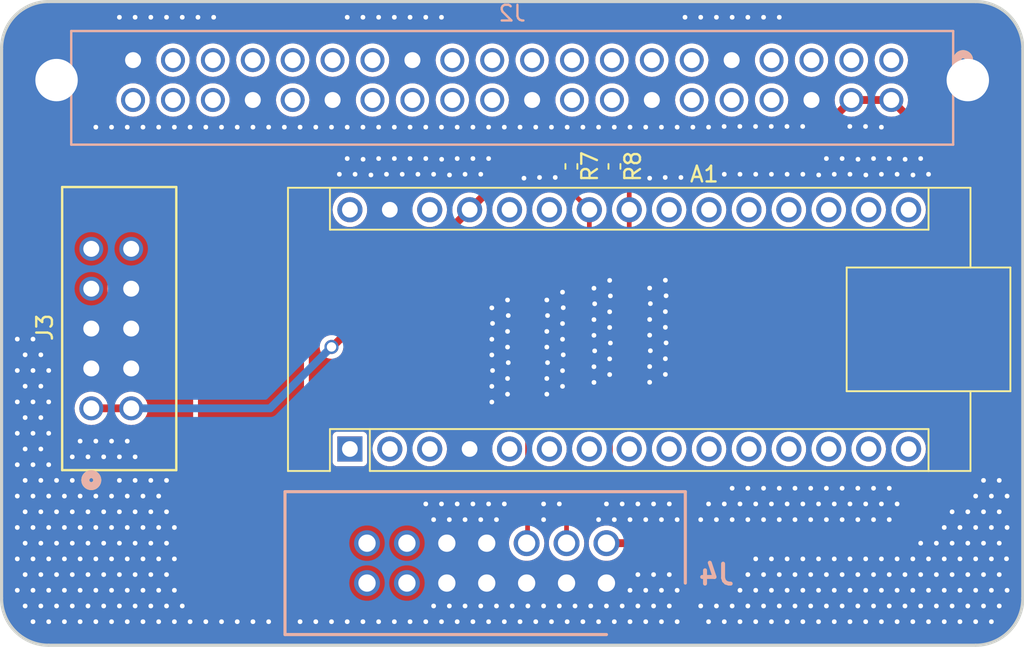
<source format=kicad_pcb>
(kicad_pcb (version 20221018) (generator pcbnew)
  (title_block (title "Motor Control Hub") (date "2024-03-27") (rev "2.0") (company "EPFL Xplore") (comment 4 "Author: Ilyas Asmouki"))
  (layers (0 "F.Cu" signal) (31 "B.Cu" signal) (34 "B.Paste" user) (35 "F.Paste" user) (36 "B.SilkS" user "B.Silkscreen") (37 "F.SilkS" user "F.Silkscreen") (38 "B.Mask" user) (39 "F.Mask" user) (44 "Edge.Cuts" user))
  (net 0 "")
  (net 1 "GND")
  (net 2 "/GPIO2{slash}SDA1")
  (net 3 "/GPIO3{slash}SCL1")
  (net 4 "/GPIO4{slash}GPCLK0")
  (net 5 "/PI_RX")
  (net 6 "/PI_TX")
  (net 7 "/GPIO17")
  (net 8 "/GPIO18{slash}PCM.CLK")
  (net 9 "/GPIO27")
  (net 10 "/GPIO22")
  (net 11 "/GPIO23")
  (net 12 "/GPIO24")
  (net 13 "/GPIO10{slash}SPI0.MOSI")
  (net 14 "/GPIO9{slash}SPI0.MISO")
  (net 15 "/GPIO25")
  (net 16 "/GPIO11{slash}SPI0.SCLK")
  (net 17 "/GPIO8{slash}SPI0.CE0")
  (net 18 "/GPIO7{slash}SPI0.CE1")
  (net 19 "/ID_SDA")
  (net 20 "/ID_SCL")
  (net 21 "/GPIO5")
  (net 22 "/GPIO6")
  (net 23 "/GPIO12{slash}PWM0")
  (net 24 "/GPIO13{slash}PWM1")
  (net 25 "/GPIO19{slash}PCM.FS")
  (net 26 "/GPIO16")
  (net 27 "/GPIO26")
  (net 28 "/GPIO20{slash}PCM.DIN")
  (net 29 "/GPIO21{slash}PCM.DOUT")
  (net 30 "+5V")
  (net 51 "/I2C_SDA")
  (net 52 "/I2C_SCL")
  (net 57 "+BATT")
  (net 58 "/Nano_TX")
  (net 60 "/Nano_RX")
  (footprint "MountingHole:MountingHole_2.7mm_M2.5" (layer "F.Cu") (at 190 140 180)
    (fp_text reference "MH2" hide)
    (fp_text value "MountingHole_2.7mm_M2.5" hide)
  )
  (footprint "Resistor_SMD:R_0402_1005Metric" (layer "F.Cu") (at 225.51 145.5 -90)
    (fp_text reference "R8")
    (fp_text value "4.7k")
  )
  (footprint "Resistor_SMD:R_0402_1005Metric" (layer "F.Cu") (at 222.77 145.5 -90)
    (fp_text reference "R7")
    (fp_text value "4.7k")
  )
  (footprint "SFH11-PBPC-D05-ST-BK_Socket:CONN_SFH11-xxxC-D05-ST-XX_SUL" (layer "F.Cu") (at 192.21 160.91 90)
    (fp_text reference "J3")
    (fp_text value "Voltage Supply")
  )
  (footprint "Module:Arduino_Nano" (layer "F.Cu") (at 208.67 163.5 90)
    (fp_text reference "A1")
    (fp_text value "Arduino_Nano")
  )
  (footprint "MountingHole:MountingHole_2.7mm_M2.5" (layer "F.Cu") (at 248 140 180)
    (fp_text reference "MH1" hide)
    (fp_text value "MountingHole_2.7mm_M2.5" hide)
  )
  (footprint "SFH11-PBPC-D20-ST-BK:CONN_SFH11-PBPC-D20-ST-BK_SUL" (layer "B.Cu") (at 243.13 138.73 180)
    (fp_text reference "J2")
    (fp_text value "GPIO")
  )
  (footprint "SBH11-PBPC-D07-ST-BK:SHDR14W64P254_2X7_2528X910X910P" (layer "B.Cu") (at 225 172.04 180)
    (fp_text reference "J4")
    (fp_text value "Motor Controllers" hide)
  )
  (gr_arc (start 189.5 176) (mid 187.37868 175.12132) (end 186.5 173) (stroke (width 0.2)) (layer "Edge.Cuts"))
  (gr_line (start 186.5 173) (end 186.5 138) (stroke (width 0.2)) (layer "Edge.Cuts"))
  (gr_line (start 251.5 138) (end 251.5 173) (stroke (width 0.2)) (layer "Edge.Cuts"))
  (gr_line (start 248.5 135) (end 189.5 135) (stroke (width 0.2)) (layer "Edge.Cuts"))
  (gr_arc (start 248.5 135) (mid 250.62132 135.87868) (end 251.5 138) (stroke (width 0.2)) (layer "Edge.Cuts"))
  (gr_arc (start 186.5 138) (mid 187.37868 135.87868) (end 189.5 135) (stroke (width 0.2)) (layer "Edge.Cuts"))
  (gr_arc (start 251.5 173) (mid 250.62132 175.12132) (end 248.5 176) (stroke (width 0.2)) (layer "Edge.Cuts"))
  (gr_line (start 189.5 176) (end 248.5 176) (stroke (width 0.2)) (layer "Edge.Cuts"))
  (via (at 189 159.5) (size 0.7) (drill 0.3) (layers "F.Cu" "B.Cu") (net 1))
  (via (at 228.5 168) (size 0.7) (drill 0.3) (layers "F.Cu" "B.Cu") (net 1))
  (via (at 189 169.5) (size 0.7) (drill 0.3) (layers "F.Cu" "B.Cu") (net 1))
  (via (at 233.490186 142.954314) (size 0.7) (drill 0.3) (layers "F.Cu" "B.Cu") (net 1))
  (via (at 197.5 174.5) (size 0.7) (drill 0.3) (layers "F.Cu" "B.Cu") (net 1))
  (via (at 244.5 174.5) (size 0.7) (drill 0.3) (layers "F.Cu" "B.Cu") (net 1))
  (via (at 188.5 162.5) (size 0.7) (drill 0.3) (layers "F.Cu" "B.Cu") (net 1))
  (via (at 191 169.5) (size 0.7) (drill 0.3) (layers "F.Cu" "B.Cu") (net 1))
  (via (at 242 168) (size 0.7) (drill 0.3) (layers "F.Cu" "B.Cu") (net 1))
  (via (at 195.5 172.5) (size 0.7) (drill 0.3) (layers "F.Cu" "B.Cu") (net 1))
  (via (at 232.5 174.5) (size 0.7) (drill 0.3) (layers "F.Cu" "B.Cu") (net 1))
  (via (at 227.75 158.25) (size 0.7) (drill 0.3) (layers "F.Cu" "B.Cu") (net 1))
  (via (at 216 168) (size 0.7) (drill 0.3) (layers "F.Cu" "B.Cu") (net 1))
  (via (at 237 166) (size 0.7) (drill 0.3) (layers "F.Cu" "B.Cu") (net 1))
  (via (at 188.5 168.5) (size 0.7) (drill 0.3) (layers "F.Cu" "B.Cu") (net 1))
  (via (at 243.5 172.5) (size 0.7) (drill 0.3) (layers "F.Cu" "B.Cu") (net 1))
  (via (at 235.5 146) (size 0.7) (drill 0.3) (layers "F.Cu" "B.Cu") (net 1))
  (via (at 214.5 167) (size 0.7) (drill 0.3) (layers "F.Cu" "B.Cu") (net 1))
  (via (at 227.5 174.5) (size 0.7) (drill 0.3) (layers "F.Cu" "B.Cu") (net 1))
  (via (at 248 173.5) (size 0.7) (drill 0.3) (layers "F.Cu" "B.Cu") (net 1))
  (via (at 192 173.5) (size 0.7) (drill 0.3) (layers "F.Cu" "B.Cu") (net 1))
  (via (at 238.5 167) (size 0.7) (drill 0.3) (layers "F.Cu" "B.Cu") (net 1))
  (via (at 237.5 146) (size 0.7) (drill 0.3) (layers "F.Cu" "B.Cu") (net 1))
  (via (at 215.5 174.5) (size 0.7) (drill 0.3) (layers "F.Cu" "B.Cu") (net 1))
  (via (at 249.5 170.5) (size 0.7) (drill 0.3) (layers "F.Cu" "B.Cu") (net 1))
  (via (at 191 164) (size 0.7) (drill 0.3) (layers "F.Cu" "B.Cu") (net 1))
  (via (at 226 173.5) (size 0.7) (drill 0.3) (layers "F.Cu" "B.Cu") (net 1))
  (via (at 223.5 143) (size 0.7) (drill 0.3) (layers "F.Cu" "B.Cu") (net 1))
  (via (at 225.5 143) (size 0.7) (drill 0.3) (layers "F.Cu" "B.Cu") (net 1))
  (via (at 208.5 174.5) (size 0.7) (drill 0.3) (layers "F.Cu" "B.Cu") (net 1))
  (via (at 229 171.5) (size 0.7) (drill 0.3) (layers "F.Cu" "B.Cu") (net 1))
  (via (at 218.704314 156.009814) (size 0.7) (drill 0.3) (layers "F.Cu" "B.Cu") (net 1))
  (via (at 196.5 172.5) (size 0.7) (drill 0.3) (layers "F.Cu" "B.Cu") (net 1))
  (via (at 193.5 166.5) (size 0.7) (drill 0.3) (layers "F.Cu" "B.Cu") (net 1))
  (via (at 215 168) (size 0.7) (drill 0.3) (layers "F.Cu" "B.Cu") (net 1))
  (via (at 189.5 168.5) (size 0.7) (drill 0.3) (layers "F.Cu" "B.Cu") (net 1))
  (via (at 208.5 143) (size 0.7) (drill 0.3) (layers "F.Cu" "B.Cu") (net 1))
  (via (at 192 167.5) (size 0.7) (drill 0.3) (layers "F.Cu" "B.Cu") (net 1))
  (via (at 247.5 170.5) (size 0.7) (drill 0.3) (layers "F.Cu" "B.Cu") (net 1))
  (via (at 189.5 162.5) (size 0.7) (drill 0.3) (layers "F.Cu" "B.Cu") (net 1))
  (via (at 235.5 170.5) (size 0.7) (drill 0.3) (layers "F.Cu" "B.Cu") (net 1))
  (via (at 196.5 168.5) (size 0.7) (drill 0.3) (layers "F.Cu" "B.Cu") (net 1))
  (via (at 189 157.5) (size 0.7) (drill 0.3) (layers "F.Cu" "B.Cu") (net 1))
  (via (at 231 173.5) (size 0.7) (drill 0.3) (layers "F.Cu" "B.Cu") (net 1))
  (via (at 192 171.5) (size 0.7) (drill 0.3) (layers "F.Cu" "B.Cu") (net 1))
  (via (at 224.204314 156.259814) (size 0.7) (drill 0.3) (layers "F.Cu" "B.Cu") (net 1))
  (via (at 250 165.5) (size 0.7) (drill 0.3) (layers "F.Cu" "B.Cu") (net 1))
  (via (at 187.5 172.5) (size 0.7) (drill 0.3) (layers "F.Cu" "B.Cu") (net 1))
  (via (at 190 167.5) (size 0.7) (drill 0.3) (layers "F.Cu" "B.Cu") (net 1))
  (via (at 213 146) (size 0.7) (drill 0.3) (layers "F.Cu" "B.Cu") (net 1))
  (via (at 229.740186 146.204314) (size 0.7) (drill 0.3) (layers "F.Cu" "B.Cu") (net 1))
  (via (at 246.5 172.5) (size 0.7) (drill 0.3) (layers "F.Cu" "B.Cu") (net 1))
  (via (at 190.5 170.5) (size 0.7) (drill 0.3) (layers "F.Cu" "B.Cu") (net 1))
  (via (at 224 173.5) (size 0.7) (drill 0.3) (layers "F.Cu" "B.Cu") (net 1))
  (via (at 218.75 158) (size 0.7) (drill 0.3) (layers "F.Cu" "B.Cu") (net 1))
  (via (at 243 145) (size 0.7) (drill 0.3) (layers "F.Cu" "B.Cu") (net 1))
  (via (at 222.204314 156.509814) (size 0.7) (drill 0.3) (layers "F.Cu" "B.Cu") (net 1))
  (via (at 250.463173 170.492497) (size 0.7) (drill 0.3) (layers "F.Cu" "B.Cu") (net 1))
  (via (at 228.5 143) (size 0.7) (drill 0.3) (layers "F.Cu" "B.Cu") (net 1))
  (via (at 194.5 166.5) (size 0.7) (drill 0.3) (layers "F.Cu" "B.Cu") (net 1))
  (via (at 249 173.5) (size 0.7) (drill 0.3) (layers "F.Cu" "B.Cu") (net 1))
  (via (at 240 171.5) (size 0.7) (drill 0.3) (layers "F.Cu" "B.Cu") (net 1))
  (via (at 249.5 174.5) (size 0.7) (drill 0.3) (layers "F.Cu" "B.Cu") (net 1))
  (via (at 197.5 172.5) (size 0.7) (drill 0.3) (layers "F.Cu" "B.Cu") (net 1))
  (via (at 234.5 172.5) (size 0.7) (drill 0.3) (layers "F.Cu" "B.Cu") (net 1))
  (via (at 229.5 168) (size 0.7) (drill 0.3) (layers "F.Cu" "B.Cu") (net 1))
  (via (at 241.5 167) (size 0.7) (drill 0.3) (layers "F.Cu" "B.Cu") (net 1))
  (via (at 223 173.5) (size 0.7) (drill 0.3) (layers "F.Cu" "B.Cu") (net 1))
  (via (at 196.5 174.5) (size 0.7) (drill 0.3) (layers "F.Cu" "B.Cu") (net 1))
  (via (at 224.5 143) (size 0.7) (drill 0.3) (layers "F.Cu" "B.Cu") (net 1))
  (via (at 195 136) (size 0.7) (drill 0.3) (layers "F.Cu" "B.Cu") (net 1))
  (via (at 195.5 168.5) (size 0.7) (drill 0.3) (layers "F.Cu" "B.Cu") (net 1))
  (via (at 242.5 167) (size 0.7) (drill 0.3) (layers "F.Cu" "B.Cu") (net 1))
  (via (at 235.5 174.5) (size 0.7) (drill 0.3) (layers "F.Cu" "B.Cu") (net 1))
  (via (at 250 173.5) (size 0.7) (drill 0.3) (layers "F.Cu" "B.Cu") (net 1))
  (via (at 243.5 170.5) (size 0.7) (drill 0.3) (layers "F.Cu" "B.Cu") (net 1))
  (via (at 213.5 136) (size 0.7) (drill 0.3) (layers "F.Cu" "B.Cu") (net 1))
  (via (at 196 136) (size 0.7) (drill 0.3) (layers "F.Cu" "B.Cu") (net 1))
  (via (at 213.5 143) (size 0.7) (drill 0.3) (layers "F.Cu" "B.Cu") (net 1))
  (via (at 233 168) (size 0.7) (drill 0.3) (layers "F.Cu" "B.Cu") (net 1))
  (via (at 196.5 170.5) (size 0.7) (drill 0.3) (layers "F.Cu" "B.Cu") (net 1))
  (via (at 231.5 143) (size 0.7) (drill 0.3) (layers "F.Cu" "B.Cu") (net 1))
  (via (at 217.704314 160.509814) (size 0.7) (drill 0.3) (layers "F.Cu" "B.Cu") (net 1))
  (via (at 188 157.5) (size 0.7) (drill 0.3) (layers "F.Cu" "B.Cu") (net 1))
  (via (at 193.5 143) (size 0.7) (drill 0.3) (layers "F.Cu" "B.Cu") (net 1))
  (via (at 241 171.5) (size 0.7) (drill 0.3) (layers "F.Cu" "B.Cu") (net 1))
  (via (at 241.490186 142.954314) (size 0.7) (drill 0.3) (layers "F.Cu" "B.Cu") (net 1))
  (via (at 193.5 172.5) (size 0.7) (drill 0.3) (layers "F.Cu" "B.Cu") (net 1))
  (via (at 197 167.5) (size 0.7) (drill 0.3) (layers "F.Cu" "B.Cu") (net 1))
  (via (at 218 168) (size 0.7) (drill 0.3) (layers "F.Cu" "B.Cu") (net 1))
  (via (at 227.795686 157.240186) (size 0.7) (drill 0.3) (layers "F.Cu" "B.Cu") (net 1))
  (via (at 234.5 174.5) (size 0.7) (drill 0.3) (layers "F.Cu" "B.Cu") (net 1))
  (via (at 227.75 156.25) (size 0.7) (drill 0.3) (layers "F.Cu" "B.Cu") (net 1))
  (via (at 203.5 143) (size 0.7) (drill 0.3) (layers "F.Cu" "B.Cu") (net 1))
  (via (at 189.5 174.5) (size 0.7) (drill 0.3) (layers "F.Cu" "B.Cu") (net 1))
  (via (at 210.009814 146.045686) (size 0.7) (drill 0.3) (layers "F.Cu" "B.Cu") (net 1))
  (via (at 232.5 167) (size 0.7) (drill 0.3) (layers "F.Cu" "B.Cu") (net 1))
  (via (at 191 173.5) (size 0.7) (drill 0.3) (layers "F.Cu" "B.Cu") (net 1))
  (via (at 245.5 146) (size 0.7) (drill 0.3) (layers "F.Cu" "B.Cu") (net 1))
  (via (at 208 146) (size 0.7) (drill 0.3) (layers "F.Cu" "B.Cu") (net 1))
  (via (at 212.5 145) (size 0.7) (drill 0.3) (layers "F.Cu" "B.Cu") (net 1))
  (via (at 190.5 166.5) (size 0.7) (drill 0.3) (layers "F.Cu" "B.Cu") (net 1))
  (via (at 225.204314 154.759814) (size 0.7) (drill 0.3) (layers "F.Cu" "B.Cu") (net 1))
  (via (at 225 173.5) (size 0.7) (drill 0.3) (layers "F.Cu" "B.Cu") (net 1))
  (via (at 225 167) (size 0.7) (drill 0.3) (layers "F.Cu" "B.Cu") (net 1))
  (via (at 217.75 158.5) (size 0.7) (drill 0.3) (layers "F.Cu" "B.Cu") (net 1))
  (via (at 209.509814 145.045686) (size 0.7) (drill 0.3) (layers "F.Cu" "B.Cu") (net 1))
  (via (at 239 166) (size 0.7) (drill 0.3) (layers "F.Cu" "B.Cu") (net 1))
  (via (at 221 173.5) (size 0.7) (drill 0.3) (layers "F.Cu" "B.Cu") (net 1))
  (via (at 191.5 174.5) (size 0.7) (drill 0.3) (layers "F.Cu" "B.Cu") (net 1))
  (via (at 195 173.5) (size 0.7) (drill 0.3) (layers "F.Cu" "B.Cu") (net 1))
  (via (at 218.704314 154.009814) (size 0.7) (drill 0.3) (layers "F.Cu" "B.Cu") (net 1))
  (via (at 249.5 168.5) (size 0.7) (drill 0.3) (layers "F.Cu" "B.Cu") (net 1))
  (via (at 188 159.5) (size 0.7) (drill 0.3) (layers "F.Cu" "B.Cu") (net 1))
  (via (at 235 168) (size 0.7) (drill 0.3) (layers "F.Cu" "B.Cu") (net 1))
  (via (at 238.5 172.5) (size 0.7) (drill 0.3) (layers "F.Cu" "B.Cu") (net 1))
  (via (at 234 166) (size 0.7) (drill 0.3) (layers "F.Cu" "B.Cu") (net 1))
  (via (at 209.5 143) (size 0.7) (drill 0.3) (layers "F.Cu" "B.Cu") (net 1))
  (via (at 228.75 157.75) (size 0.7) (drill 0.3) (layers "F.Cu" "B.Cu") (net 1))
  (via (at 245 145) (size 0.7) (drill 0.3) (layers "F.Cu" "B.Cu") (net 1))
  (via (at 211.5 136) (size 0.7) (drill 0.3) (layers "F.Cu" "B.Cu") (net 1))
  (via (at 241.5 170.5) (size 0.7) (drill 0.3) (layers "F.Cu" "B.Cu") (net 1))
  (via (at 224.249999 154.25) (size 0.7) (drill 0.3) (layers "F.Cu" "B.Cu") (net 1))
  (via (at 240 145) (size 0.7) (drill 0.3) (layers "F.Cu" "B.Cu") (net 1))
  (via (at 241.509814 146.045686) (size 0.7) (drill 0.3) (layers "F.Cu" "B.Cu") (net 1))
  (via (at 229.5 172.5) (size 0.7) (drill 0.3) (layers "F.Cu" "B.Cu") (net 1))
  (via (at 193 171.5) (size 0.7) (drill 0.3) (layers "F.Cu" "B.Cu") (net 1))
  (via (at 235.490186 142.954314) (size 0.7) (drill 0.3) (layers "F.Cu" "B.Cu") (net 1))
  (via (at 197 169.5) (size 0.7) (drill 0.3) (layers "F.Cu" "B.Cu") (net 1))
  (via (at 187.5 162.5) (size 0.7) (drill 0.3) (layers "F.Cu" "B.Cu") (net 1))
  (via (at 236 136) (size 0.7) (drill 0.3) (layers "F.Cu" "B.Cu") (net 1))
  (via (at 239.5 167) (size 0.7) (drill 0.3) (layers "F.Cu" "B.Cu") (net 1))
  (via (at 242.5 170.5) (size 0.7) (drill 0.3) (layers "F.Cu" "B.Cu") (net 1))
  (via (at 222.25 157.5) (size 0.7) (drill 0.3) (layers "F.Cu" "B.Cu") (net 1))
  (via (at 189 167.5) (size 0.7) (drill 0.3) (layers "F.Cu" "B.Cu") (net 1))
  (via (at 231.5 167) (size 0.7) (drill 0.3) (layers "F.Cu" "B.Cu") (net 1))
  (via (at 188 173.5) (size 0.7) (drill 0.3) (layers "F.Cu" "B.Cu") (net 1))
  (via (at 245.5 174.5) (size 0.7) (drill 0.3) (layers "F.Cu" "B.Cu") (net 1))
  (via (at 197 165.5) (size 0.7) (drill 0.3) (layers "F.Cu" "B.Cu") (net 1))
  (via (at 210.5 145) (size 0.7) (drill 0.3) (layers "F.Cu" "B.Cu") (net 1))
  (via (at 235 166) (size 0.7) (drill 0.3) (layers "F.Cu" "B.Cu") (net 1))
  (via (at 228.5 174.5) (size 0.7) (drill 0.3) (layers "F.Cu" "B.Cu") (net 1))
  (via (at 239.5 170.5) (size 0.7) (drill 0.3) (layers "F.Cu" "B.Cu") (net 1))
  (via (at 238.509814 146.045686) (size 0.7) (drill 0.3) (layers "F.Cu" "B.Cu") (net 1))
  (via (at 210.5 143) (size 0.7) (drill 0.3) (layers "F.Cu" "B.Cu") (net 1))
  (via (at 189.5 164.5) (size 0.7) (drill 0.3) (layers "F.Cu" "B.Cu") (net 1))
  (via (at 224.204314 155.259814) (size 0.7) (drill 0.3) (layers "F.Cu" "B.Cu") (net 1))
  (via (at 238 166) (size 0.7) (drill 0.3) (layers "F.Cu" "B.Cu") (net 1))
  (via (at 191 165.5) (size 0.7) (drill 0.3) (layers "F.Cu" "B.Cu") (net 1))
  (via (at 229 173.5) (size 0.7) (drill 0.3) (layers "F.Cu" "B.Cu") (net 1))
  (via (at 240.5 167) (size 0.7) (drill 0.3) (layers "F.Cu" "B.Cu") (net 1))
  (via (at 190.5 172.5) (size 0.7) (drill 0.3) (layers "F.Cu" "B.Cu") (net 1))
  (via (at 241 168) (size 0.7) (drill 0.3) (layers "F.Cu" "B.Cu") (net 1))
  (via (at 226.5 174.5) (size 0.7) (drill 0.3) (layers "F.Cu" "B.Cu") (net 1))
  (via (at 225.25 153.75) (size 0.7) (drill 0.3) (layers "F.Cu" "B.Cu") (net 1))
  (via (at 243 166) (size 0.7) (drill 0.3) (layers "F.Cu" "B.Cu") (net 1))
  (via (at 225.204314 158.759814) (size 0.7) (drill 0.3) (layers "F.Cu" "B.Cu") (net 1))
  (via (at 247 171.5) (size 0.7) (drill 0.3) (layers "F.Cu" "B.Cu") (net 1))
  (via (at 217.5 167) (size 0.7) (drill 0.3) (layers "F.Cu" "B.Cu") (net 1))
  (via (at 228.5 172.5) (size 0.7) (drill 0.3) (layers "F.Cu" "B.Cu") (net 1))
  (via (at 206.5 143) (size 0.7) (drill 0.3) (layers "F.Cu" "B.Cu") (net 1))
  (via (at 234 171.5) (size 0.7) (drill 0.3) (layers "F.Cu" "B.Cu") (net 1))
  (via (at 222 167) (size 0.7) (drill 0.3) (layers "F.Cu" "B.Cu") (net 1))
  (via (at 240 173.5) (size 0.7) (drill 0.3) (layers "F.Cu" "B.Cu") (net 1))
  (via (at 190 169.5) (size 0.7) (drill 0.3) (layers "F.Cu" "B.Cu") (net 1))
  (via (at 229 167) (size 0.7) (drill 0.3) (layers "F.Cu" "B.Cu") (net 1))
  (via (at 196 173.5) (size 0.7) (drill 0.3) (layers "F.Cu" "B.Cu") (net 1))
  (via (at 227.795685 154.240186) (size 0.7) (drill 0.3) (layers "F.Cu" "B.Cu") (net 1))
  (via (at 222.204314 153.509814) (size 0.7) (drill 0.3) (layers "F.Cu" "B.Cu") (net 1))
  (via (at 239 145) (size 0.7) (drill 0.3) (layers "F.Cu" "B.Cu") (net 1))
  (via (at 234 136) (size 0.7) (drill 0.3) (layers "F.Cu" "B.Cu") (net 1))
  (via (at 230 136) (size 0.7) (drill 0.3) (layers "F.Cu" "B.Cu") (net 1))
  (via (at 248.5 174.5) (size 0.7) (drill 0.3) (layers "F.Cu" "B.Cu") (net 1))
  (via (at 228 167) (size 0.7) (drill 0.3) (layers "F.Cu" "B.Cu") (net 1))
  (via (at 221.204314 159.009814) (size 0.7) (drill 0.3) (layers "F.Cu" "B.Cu") (net 1))
  (via (at 211.5 143) (size 0.7) (drill 0.3) (layers "F.Cu" "B.Cu") (net 1))
  (via (at 224.5 174.5) (size 0.7) (drill 0.3) (layers "F.Cu" "B.Cu") (net 1))
  (via (at 218.5 143) (size 0.7) (drill 0.3) (layers "F.Cu" "B.Cu") (net 1))
  (via (at 195.5 143) (size 0.7) (drill 0.3) (layers "F.Cu" "B.Cu") (net 1))
  (via (at 187.5 158.5) (size 0.7) (drill 0.3) (layers "F.Cu" "B.Cu") (net 1))
  (via (at 217.704314 157.509814) (size 0.7) (drill 0.3) (layers "F.Cu" "B.Cu") (net 1))
  (via (at 218.5 174.5) (size 0.7) (drill 0.3) (layers "F.Cu" "B.Cu") (net 1))
  (via (at 194 164) (size 0.7) (drill 0.3) (layers "F.Cu" "B.Cu") (net 1))
  (via (at 221.5 143) (size 0.7) (drill 0.3) (layers "F.Cu" "B.Cu") (net 1))
  (via (at 220.5 174.5) (size 0.7) (drill 0.3) (layers "F.Cu" "B.Cu") (net 1))
  (via (at 224.204314 159.259814) (size 0.7) (drill 0.3) (layers "F.Cu" "B.Cu") (net 1))
  (via (at 222.204314 155.509814) (size 0.7) (drill 0.3) (layers "F.Cu" "B.Cu") (net 1))
  (via (at 240.5 174.5) (size 0.7) (drill 0.3) (layers "F.Cu" "B.Cu") (net 1))
  (via (at 219.75 146.25) (size 0.7) (drill 0.3) (layers "F.Cu" "B.Cu") (net 1))
  (via (at 214 168) (size 0.7) (drill 0.3) (layers "F.Cu" "B.Cu") (net 1))
  (via (at 194 136) (size 0.7) (drill 0.3) (layers "F.Cu" "B.Cu") (net 1))
  (via (at 196 169.5) (size 0.7) (drill 0.3) (layers "F.Cu" "B.Cu") (net 1))
  (via (at 224.204314 153.259814) (size 0.7) (drill 0.3) (layers "F.Cu" "B.Cu") (net 1))
  (via (at 220.5 143) (size 0.7) (drill 0.3) (layers "F.Cu" "B.Cu") (net 1))
  (via (at 202.5 174.5) (size 0.7) (drill 0.3) (layers "F.Cu" "B.Cu") (net 1))
  (via (at 236.5 146) (size 0.7) (drill 0.3) (layers "F.Cu" "B.Cu") (net 1))
  (via (at 199 136) (size 0.7) (drill 0.3) (layers "F.Cu" "B.Cu") (net 1))
  (via (at 212.5 174.5) (size 0.7) (drill 0.3) (layers "F.Cu" "B.Cu") (net 1))
  (via (at 188.5 164.5) (size 0.7) (drill 0.3) (layers "F.Cu" "B.Cu") (net 1))
  (via (at 248.5 168.5) (size 0.7) (drill 0.3) (layers "F.Cu" "B.Cu") (net 1))
  (via (at 222 173.5) (size 0.7) (drill 0.3) (layers "F.Cu" "B.Cu") (net 1))
  (via (at 190 173.5) (size 0.7) (drill 0.3) (layers "F.Cu" "B.Cu") (net 1))
  (via (at 192.5 163) (size 0.7) (drill 0.3) (layers "F.Cu" "B.Cu") (net 1))
  (via (at 212 146) (size 0.7) (drill 0.3) (layers "F.Cu" "B.Cu") (net 1))
  (via (at 234 168) (size 0.7) (drill 0.3) (layers "F.Cu" "B.Cu") (net 1))
  (via (at 194 169.5) (size 0.7) (drill 0.3) (layers "F.Cu" "B.Cu") (net 1))
  (via (at 236.5 170.5) (size 0.7) (drill 0.3) (layers "F.Cu" "B.Cu") (net 1))
  (via (at 217 173.5) (size 0.7) (drill 0.3) (layers "F.Cu" "B.Cu") (net 1))
  (via (at 238 168) (size 0.7) (drill 0.3) (layers "F.Cu" "B.Cu") (net 1))
  (via (at 249 169.5) (size 0.7) (drill 0.3) (layers "F.Cu" "B.Cu") (net 1))
  (via (at 241.5 174.5) (size 0.7) (drill 0.3) (layers "F.Cu" "B.Cu") (net 1))
  (via (at 245.5 172.5) (size 0.7) (drill 0.3) (layers "F.Cu" "B.Cu") (net 1))
  (via (at 192.5 170.5) (size 0.7) (drill 0.3) (layers "F.Cu" "B.Cu") (net 1))
  (via (at 188 165.5) (size 0.7) (drill 0.3) (layers "F.Cu" "B.Cu") (net 1))
  (via (at 209.5 136) (size 0.7) (drill 0.3) (layers "F.Cu" "B.Cu") (net 1))
  (via (at 228.795686 156.740186) (size 0.7) (drill 0.3) (layers "F.Cu" "B.Cu") (net 1))
  (via (at 221.740186 146.204314) (size 0.7) (drill 0.3) (layers "F.Cu" "B.Cu") (net 1))
  (via (at 211 146) (size 0.7) (drill 0.3) (layers "F.Cu" "B.Cu") (net 1))
  (via (at 236.5 167) (size 0.7) (drill 0.3) (layers "F.Cu" "B.Cu") (net 1))
  (via (at 212.5 136) (size 0.7) (drill 0.3) (layers "F.Cu" "B.Cu") (net 1))
  (via (at 204.5 143) (size 0.7) (drill 0.3) (layers "F.Cu" "B.Cu") (net 1))
  (via (at 190 171.5) (size 0.7) (drill 0.3) (layers "F.Cu" "B.Cu") (net 1))
  (via (at 225.25 156.75) (size 0.7) (drill 0.3) (layers "F.Cu" "B.Cu") (net 1))
  (via (at 193 173.5) (size 0.7) (drill 0.3) (layers "F.Cu" "B.Cu") (net 1))
  (via (at 220.740186 146.204314) (size 0.7) (drill 0.3) (layers "F.Cu" "B.Cu") (net 1))
  (via (at 239 171.5) (size 0.7) (drill 0.3) (layers "F.Cu" "B.Cu") (net 1))
  (via (at 248 167.5) (size 0.7) (drill 0.3) (layers "F.Cu" "B.Cu") (net 1))
  (via (at 245 171.5) (size 0.7) (drill 0.3) (layers "F.Cu" "B.Cu") (net 1))
  (via (at 209 146) (size 0.7) (drill 0.3) (layers "F.Cu" "B.Cu") (net 1))
  (via (at 226.5 168) (size 0.7) (drill 0.3) (layers "F.Cu" "B.Cu") (net 1))
  (via (at 246 171.5) (size 0.7) (drill 0.3) (layers "F.Cu" "B.Cu") (net 1))
  (via (at 246.5 168.5) (size 0.7) (drill 0.3) (layers "F.Cu" "B.Cu") (net 1))
  (via (at 191.5 170.5) (size 0.7) (drill 0.3) (layers "F.Cu" "B.Cu") (net 1))
  (via (at 209.5 174.5) (size 0.7) (drill 0.3) (layers "F.Cu" "B.Cu") (net 1))
  (via (at 189.5 170.5) (size 0.7) (drill 0.3) (layers "F.Cu" "B.Cu") (net 1))
  (via (at 191.5 166.5) (size 0.7) (drill 0.3) (layers "F.Cu" "B.Cu") (net 1))
  (via (at 207.5 174.5) (size 0.7) (drill 0.3) (layers "F.Cu" "B.Cu") (net 1))
  (via (at 197.5 170.5) (size 0.7) (drill 0.3) (layers "F.Cu" "B.Cu") (net 1))
  (via (at 235.5 167) (size 0.7) (drill 0.3) (layers "F.Cu" "B.Cu") (net 1))
  (via (at 242.5 143) (size 0.7) (drill 0.3) (layers "F.Cu" "B.Cu") (net 1))
  (via (at 188 169.5) (size 0.7) (drill 0.3) (layers "F.Cu" "B.Cu") (net 1))
  (via (at 227.75 155.25) (size 0.7) (drill 0.3) (layers "F.Cu" "B.Cu") (net 1))
  (via (at 234 173.5) (size 0.7) (drill 0.3) (layers "F.Cu" "B.Cu") (net 1))
  (via (at 198 136) (size 0.7) (drill 0.3) (layers "F.Cu" "B.Cu") (net 1))
  (via (at 227.5 168) (size 0.7) (drill 0.3) (layers "F.Cu" "B.Cu") (net 1))
  (via (at 236.5 174.5) (size 0.7) (drill 0.3) (layers "F.Cu" "B.Cu") (net 1))
  (via (at 247 173.5) (size 0.7) (drill 0.3) (layers "F.Cu" "B.Cu") (net 1))
  (via (at 227.75 159.25) (size 0.7) (drill 0.3) (layers "F.Cu" "B.Cu") (net 1))
  (via (at 196 167.5) (size 0.7) (drill 0.3) (layers "F.Cu" "B.Cu") (net 1))
  (via (at 235 173.5) (size 0.7) (drill 0.3) (layers "F.Cu" "B.Cu") (net 1))
  (via (at 193.5 170.5) (size 0.7) (drill 0.3) (layers "F.Cu" "B.Cu") (net 1))
  (via (at 248 169.5) (size 0.7) (drill 0.3) (layers "F.Cu" "B.Cu") (net 1))
  (via (at 195 167.5) (size 0.7) (drill 0.3) (layers "F.Cu" "B.Cu") (net 1))
  (via (at 188.5 160.5) (size 0.7) (drill 0.3) (layers "F.Cu" "B.Cu") (net 1))
  (via (at 235 171.5) (size 0.7) (drill 0.3) (layers "F.Cu" "B.Cu") (net 1))
  (via (at 189 171.5) (size 0.7) (drill 0.3) (layers "F.Cu" "B.Cu") (net 1))
  (via (at 240.5 170.5) (size 0.7) (drill 0.3) (layers "F.Cu" "B.Cu") (net 1))
  (via (at 225.5 168) (size 0.7) (drill 0.3) (layers "F.Cu" "B.Cu") (net 1))
  (via (at 228 171.5) (size 0.7) (drill 0.3) (layers "F.Cu" "B.Cu") (net 1))
  (via (at 216.5 143) (size 0.7) (drill 0.3) (layers "F.Cu" "B.Cu") (net 1))
  (via (at 187.5 166.5) (size 0.7) (drill 0.3) (layers "F.Cu" "B.Cu") (net 1))
  (via (at 231.5 174.5) (size 0.7) (drill 0.3) (layers "F.Cu" "B.Cu") (net 1))
  (via (at 197.5 168.5) (size 0.7) (drill 0.3) (layers "F.Cu" "B.Cu") (net 1))
  (via (at 237 173.5) (size 0.7) (drill 0.3) (layers "F.Cu" "B.Cu") (net 1))
  (via (at 188.5 172.5) (size 0.7) (drill 0.3) (layers "F.Cu" "B.Cu") (net 1))
  (via (at 208.5 145) (size 0.7) (drill 0.3) (layers "F.Cu" "B.Cu") (net 1))
  (via (at 232 136) (size 0.7) (drill 0.3) (layers "F.Cu" "B.Cu") (net 1))
  (via (at 243.5 167) (size 0.7) (drill 0.3) (layers "F.Cu" "B.Cu") (net 1))
  (via (at 215.5 167) (size 0.7) (drill 0.3) (layers "F.Cu" "B.Cu") (net 1))
  (via (at 241 173.5) (size 0.7) (drill 0.3) (layers "F.Cu" "B.Cu") (net 1))
  (via (at 224.204314 158.259814) (size 0.7) (drill 0.3) (layers "F.Cu" "B.Cu") (net 1))
  (via (at 227.5 143) (size 0.7) (drill 0.3) (layers "F.Cu" "B.Cu") (net 1))
  (via (at 189.5 158.5) (size 0.7) (drill 0.3) (layers "F.Cu" "B.Cu") (net 1))
  (via (at 193.5 174.5) (size 0.7) (drill 0.3) (layers "F.Cu" "B.Cu") (net 1))
  (via (at 215 173.5) (size 0.7) (drill 0.3) (layers "F.Cu" "B.Cu") (net 1))
  (via (at 225.204314 152.759814) (size 0.7) (drill 0.3) (layers "F.Cu" "B.Cu") (net 1))
  (via (at 228.740186 146.204314) (size 0.7) (drill 0.3) (layers "F.Cu" "B.Cu") (net 1))
  (via (at 241.5 172.5) (size 0.7) (drill 0.3) (layers "F.Cu" "B.Cu") (net 1))
  (via (at 232 168) (size 0.7) (drill 0.3) (layers "F.Cu" "B.Cu") (net 1))
  (via (at 247.5 172.5) (size 0.7) (drill 0.3) (layers "F.Cu" "B.Cu") (net 1))
  (via (at 243 173.5) (size 0.7) (drill 0.3) (layers "F.Cu" "B.Cu") (net 1))
  (via (at 242.5 172.5) (size 0.7) (drill 0.3) (layers "F.Cu" "B.Cu") (net 1))
  (via (at 194 171.5) (size 0.7) (drill 0.3) (layers "F.Cu" "B.Cu") (net 1))
  (via (at 218.704314 159.009814) (size 0.7) (drill 0.3) (layers "F.Cu" "B.Cu") (net 1))
  (via (at 201.5 143) (size 0.7) (drill 0.3) (layers "F.Cu" "B.Cu") (net 1))
  (via (at 216 173.5) (size 0.7) (drill 0.3) (layers "F.Cu" "B.Cu") (net 1))
  (via (at 221.249999 155) (size 0.7) (drill 0.3) (layers "F.Cu" "B.Cu") (net 1))
  (via (at 228 173.5) (size 0.7) (drill 0.3) (layers "F.Cu" "B.Cu") (net 1))
  (via (at 234.5 167) (size 0.7) (drill 0.3) (layers "F.Cu" "B.Cu") (net 1))
  (via (at 217.749999 155.5) (size 0.7) (drill 0.3) (layers "F.Cu" "B.Cu") (net 1))
  (via (at 236.5 172.5) (size 0.7) (drill 0.3) (layers "F.Cu" "B.Cu") (net 1))
  (via (at 199.5 174.5) (size 0.7) (drill 0.3) (layers "F.Cu" "B.Cu") (net 1))
  (via (at 217 146) (size 0.7) (drill 0.3) (layers "F.Cu" "B.Cu") (net 1))
  (via (at 242 145) (size 0.7) (drill 0.3) (layers "F.Cu" "B.Cu") (net 1))
  (via (at 233.5 146) (size 0.7) (drill 0.3) (layers "F.Cu" "B.Cu") (net 1))
  (via (at 248.5 172.5) (size 0.7) (drill 0.3) (layers "F.Cu" "B.Cu") (net 1))
  (via (at 214.5 174.5) (size 0.7) (drill 0.3) (layers "F.Cu" "B.Cu") (net 1))
  (via (at 187.5 160.5) (size 0.7) (drill 0.3) (layers "F.Cu" "B.Cu") (net 1))
  (via (at 195.5 170.5) (size 0.7) (drill 0.3) (layers "F.Cu" "B.Cu") (net 1))
  (via (at 234.490186 142.954314) (size 0.7) (drill 0.3) (layers "F.Cu" "B.Cu") (net 1))
  (via (at 189.5 172.5) (size 0.7) (drill 0.3) (layers "F.Cu" "B.Cu") (net 1))
  (via (at 246 173.5) (size 0.7) (drill 0.3) (layers "F.Cu" "B.Cu") (net 1))
  (via (at 232.5 146) (size 0.7) (drill 0.3) (layers "F.Cu" "B.Cu") (net 1))
  (via (at 212.5 143) (size 0.7) (drill 0.3) (layers "F.Cu" "B.Cu") (net 1))
  (via (at 203.5 174.5) (size 0.7) (drill 0.3) (layers "F.Cu" "B.Cu") (net 1))
  (via (at 188.5 170.5) (size 0.7) (drill 0.3) (layers "F.Cu" "B.Cu") (net 1))
  (via (at 195 164) (size 0.7) (drill 0.3) (layers "F.Cu" "B.Cu") (net 1))
  (via (at 226.5 172.5) (size 0.7) (drill 0.3) (layers "F.Cu" "B.Cu") (net 1))
  (via (at 234.5 170.5) (size 0.7) (drill 0.3) (layers "F.Cu" "B.Cu") (net 1))
  (via (at 242 173.5) (size 0.7) (drill 0.3) (layers "F.Cu" "B.Cu") (net 1))
  (via (at 218.704314 157.009814) (size 0.7) (drill 0.3) (layers "F.Cu" "B.Cu") (net 1))
  (via (at 187.5 156.5) (size 0.7) (drill 0.3) (layers "F.Cu" "B.Cu") (net 1))
  (via (at 200.5 143) (size 0.7) (drill 0.3) (layers "F.Cu" "B.Cu") (net 1))
  (via (at 237.5 174.5) (size 0.7) (drill 0.3) (layers "F.Cu" "B.Cu") (net 1))
  (via (at 213.5 174.5) (size 0.7) (drill 0.3) (layers "F.Cu" "B.Cu") (net 1))
  (via (at 196.5 166.5) (size 0.7) (drill 0.3) (layers "F.Cu" "B.Cu") (net 1))
  (via (at 188.5 174.5) (size 0.7) (drill 0.3) (layers "F.Cu" "B.Cu") (net 1))
  (via (at 235.5 172.5) (size 0.7) (drill 0.3) (layers "F.Cu" "B.Cu") (net 1))
  (via (at 195 169.5) (size 0.7) (drill 0.3) (layers "F.Cu" "B.Cu") (net 1))
  (via (at 199.5 143) (size 0.7) (drill 0.3) (layers "F.Cu" "B.Cu") (net 1))
  (via (at 191.5 168.5) (size 0.7) (drill 0.3) (layers "F.Cu" "B.Cu") (net 1))
  (via (at 192.5 143) (size 0.7) (drill 0.3) (layers "F.Cu" "B.Cu") (net 1))
  (via (at 244.509814 146.045686) (size 0.7) (drill 0.3) (layers "F.Cu" "B.Cu") (net 1))
  (via (at 197 173.5) (size 0.7) (drill 0.3) (layers "F.Cu" "B.Cu") (net 1))
  (via (at 189.5 166.5) (size 0.7) (drill 0.3) (layers "F.Cu" "B.Cu") (net 1))
  (via (at 187.5 164.5) (size 0.7) (drill 0.3) (layers "F.Cu" "B.Cu") (net 1))
  (via (at 242.5 174.5) (size 0.7) (drill 0.3) (layers "F.Cu" "B.Cu") (net 1))
  (via (at 188 163.5) (size 0.7) (drill 0.3) (layers "F.Cu" "B.Cu") (net 1))
  (via (at 194.5 174.5) (size 0.7) (drill 0.3) (layers "F.Cu" "B.Cu") (net 1))
  (via (at 219.5 143) (size 0.7) (drill 0.3) (layers "F.Cu" "B.Cu") (net 1))
  (via (at 213.5 167) (size 0.7) (drill 0.3) (layers "F.Cu" "B.Cu") (net 1))
  (via (at 228.75 155.75) (size 0.7) (drill 0.3) (layers "F.Cu" "B.Cu") (net 1))
  (via (at 249.5 172.5) (size 0.7) (drill 0.3) (layers "F.Cu" "B.Cu") (net 1))
  (via (at 226.5 143) (size 0.7) (drill 0.3) (layers "F.Cu" "B.Cu") (net 1))
  (via (at 193 169.5) (size 0.7) (drill 0.3) (layers "F.Cu" "B.Cu") (net 1))
  (via (at 194 173.5) (size 0.7) (drill 0.3) (layers "F.Cu" "B.Cu") (net 1))
  (via (at 191 167.5) (size 0.7) (drill 0.3) (layers "F.Cu" "B.Cu") (net 1))
  (via (at 190.5 168.5) (size 0.7) (drill 0.3) (layers "F.Cu" "B.Cu") (net 1))
  (via (at 244.5 172.5) (size 0.7) (drill 0.3) (layers "F.Cu" "B.Cu") (net 1))
  (via (at 221.5 174.5) (size 0.7) (drill 0.3) (layers "F.Cu" "B.Cu") (net 1))
  (via (at 188.5 156.5) (size 0.7) (drill 0.3) (layers "F.Cu" "B.Cu") (net 1))
  (via (at 245 169.5) (size 0.7) (drill 0.3) (layers "F.Cu" "B.Cu") (net 1))
  (via (at 221.204314 157.009814) (size 0.7) (drill 0.3) (layers "F.Cu" "B.Cu") (net 1))
  (via (at 245.5 170.5) (size 0.7) (drill 0.3) (layers "F.Cu" "B.Cu") (net 1))
  (via (at 189.5 160.5) (size 0.7) (drill 0.3) (layers "F.Cu" "B.Cu") (net 1))
  (via (at 240 168) (size 0.7) (drill 0.3) (layers "F.Cu" "B.Cu") (net 1))
  (via (at 222.5 174.5) (size 0.7) (drill 0.3) (layers "F.Cu" "B.Cu") (net 1))
  (via (at 235 136) (size 0.7) (drill 0.3) (layers "F.Cu" "B.Cu") (net 1))
  (via (at 188.5 158.5) (size 0.7) (drill 0.3) (layers "F.Cu" "B.Cu") (net 1))
  (via (at 247 169.5) (size 0.7) (drill 0.3) (layers "F.Cu" "B.Cu") (net 1))
  (via (at 247.5 174.5) (size 0.7) (drill 0.3) (layers "F.Cu" "B.Cu") (net 1))
  (via (at 191.5 163) (size 0.7) (drill 0.3) (layers "F.Cu" "B.Cu") (net 1))
  (via (at 188 171.5) (size 0.7) (drill 0.3) (layers "F.Cu" "B.Cu") (net 1))
  (via (at 220 173.5) (size 0.7) (drill 0.3) (layers "F.Cu" "B.Cu") (net 1))
  (via (at 237.490186 142.954314) (size 0.7) (drill 0.3) (layers "F.Cu" "B.Cu") (net 1))
  (via (at 222.204314 159.509814) (size 0.7) (drill 0.3) (layers "F.Cu" "B.Cu") (net 1))
  (via (at 190.5 174.5) (size 0.7) (drill 0.3) (layers "F.Cu" "B.Cu") (net 1))
  (via (at 238 171.5) (size 0.7) (drill 0.3) (layers "F.Cu" "B.Cu") (net 1))
  (via (at 245 173.5) (size 0.7) (drill 0.3) (layers "F.Cu" "B.Cu") (net 1))
  (via (at 247.5 168.5) (size 0.7) (drill 0.3) (layers "F.Cu" "B.Cu") (net 1))
  (via (at 248.5 170.5) (size 0.7) (drill 0.3) (layers "F.Cu" "B.Cu") (net 1))
  (via (at 195 171.5) (size 0.7) (drill 0.3) (layers "F.Cu" "B.Cu") (net 1))
  (via (at 228.75 158.75) (size 0.7) (drill 0.3) (layers "F.Cu" "B.Cu") (net 1))
  (via (at 222.25 154.5) (size 0.7) (drill 0.3) (layers "F.Cu" "B.Cu") (net 1))
  (via (at 189 163.5) (size 0.7) (drill 0.3) (layers "F.Cu" "B.Cu") (net 1))
  (via (at 233.5 174.5) (size 0.7) (drill 0.3) (layers "F.Cu" "B.Cu") (net 1))
  (via (at 218.75 155) (size 0.7) (drill 0.3) (layers "F.Cu" "B.Cu") (net 1))
  (via (at 236 171.5) (size 0.7) (drill 0.3) (layers "F.Cu" "B.Cu") (net 1))
  (via (at 244 171.5) (size 0.7) (drill 0.3) (layers "F.Cu" "B.Cu") (net 1))
  (via (at 214 173.5) (size 0.7) (drill 0.3) (layers "F.Cu" "B.Cu") (net 1))
  (via (at 221 168) (size 0.7) (drill 0.3) (layers "F.Cu" "B.Cu") (net 1))
  (via (at 197 171.5) (size 0.7) (drill 0.3) (layers "F.Cu" "B.Cu") (net 1))
  (via (at 225.204314 155.759814) (size 0.7) (drill 0.3) (layers "F.Cu" "B.Cu") (net 1))
  (via (at 194.5 143) (size 0.7) (drill 0.3) (layers "F.Cu" "B.Cu") (net 1))
  (via (at 230.5 143) (size 0.7) (drill 0.3) (layers "F.Cu" "B.Cu") (net 1))
  (via (at 196 171.5) (size 0.7) (drill 0.3) (layers "F.Cu" "B.Cu") (net 1))
  (via (at 222.204314 158.509814) (size 0.7) (drill 0.3) (layers "F.Cu" "B.Cu") (net 1))
  (via (at 231 168) (size 0.7) (drill 0.3) (layers "F.Cu" "B.Cu") (net 1))
  (via (at 231 136) (size 0.7) (drill 0.3) (layers "F.Cu" "B.Cu") (net 1))
  (via (at 198.5 143) (size 0.7) (drill 0.3) (layers "F.Cu" "B.Cu") (net 1))
  (via (at 240.5 172.5) (size 0.7) (drill 0.3) (layers "F.Cu" "B.Cu") (net 1))
  (via (at 236 166) (size 0.7) (drill 0.3) (layers "F.Cu" "B.Cu") (net 1))
  (via (at 194 165.5) (size 0.7) (drill 0.3) (layers "F.Cu" "B.Cu") (net 1))
  (via (at 195.5 174.5) (size 0.7) (drill 0.3) (layers "F.Cu" "B.Cu") (net 1))
  (via (at 192 164) (size 0.7) (drill 0.3) (layers "F.Cu" "B.Cu") (net 1))
  (via (at 200 136) (size 0.7) (drill 0.3) (layers "F.Cu" "B.Cu") (net 1))
  (via (at 210.5 174.5) (size 0.7) (drill 0.3) (layers "F.Cu" "B.Cu") (net 1))
  (via (at 225.5 174.5) (size 0.7) (drill 0.3) (layers "F.Cu" "B.Cu") (net 1))
  (via (at 194 167.5) (size 0.7) (drill 0.3) (layers "F.Cu" "B.Cu") (net 1))
  (via (at 221.204314 156.009814) (size 0.7) (drill 0.3) (layers "F.Cu" "B.Cu") (net 1))
  (via (at 187.5 168.5) (size 0.7) (drill 0.3) (layers "F.Cu" "B.Cu") (net 1))
  (via (at 221.25 158) (size 0.7) (drill 0.3) (layers "F.Cu" "B.Cu") (net 1))
  (via (at 216.5 145) (size 0.7) (drill 0.3) (layers "F.Cu" "B.Cu") (net 1))
  (via (at 242 171.5) (size 0.7) (drill 0.3) (layers "F.Cu" "B.Cu") (net 1))
  (via (at 236 168) (size 0.7) (drill 0.3) (layers "F.Cu" "B.Cu") (net 1))
  (via (at 217.5 174.5) (size 0.7) (drill 0.3) (layers "F.Cu" "B.Cu") (net 1))
  (via (at 232.490186 142.954314) (size 0.7) (drill 0.3) (layers "F.Cu" "B.Cu") (net 1))
  (via (at 217.704314 154.509814) (size 0.7) (drill 0.3) (layers "F.Cu" "B.Cu") (net 1))
  (via (at 192.5 172.5) (size 0.7) (drill 0.3) (layers "F.Cu" "B.Cu") (net 1))
  (via (at 201.5 174.5) (size 0.7) (drill 0.3) (layers "F.Cu" "B.Cu") (net 1))
  (via (at 242 166) (size 0.7) (drill 0.3) (layers "F.Cu" "B.Cu") (net 1))
  (via (at 190 165.5) (size 0.7) (drill 0.3) (layers "F.Cu" "B.Cu") (net 1))
  (via (at 195 165.5) (size 0.7) (drill 0.3) (layers "F.Cu" "B.Cu") (net 1))
  (via (at 214.509814 145.045686) (size 0.7) (drill 0.3) (layers "F.Cu" "B.Cu") (net 1))
  (via (at 216 146) (size 0.7) (drill 0.3) (layers "F.Cu" "B.Cu") (net 1))
  (via (at 187.5 170.5) (size 0.7) (drill 0.3) (layers "F.Cu" "B.Cu") (net 1))
  (via (at 218.704314 160.009814) (size 0.7) (drill 0.3) (layers "F.Cu" "B.Cu") (net 1))
  (via (at 243 171.5) (size 0.7) (drill 0.3) (layers "F.Cu" "B.Cu") (net 1))
  (via (at 193.5 168.5) (size 0.7) (drill 0.3) (layers "F.Cu" "B.Cu") (net 1))
  (via (at 202.5 143) (size 0.7) (drill 0.3) (layers "F.Cu" "B.Cu") (net 1))
  (via (at 247 167.5) (size 0.7) (drill 0.3) (layers "F.Cu" "B.Cu") (net 1))
  (via (at 233 173.5) (size 0.7) (drill 0.3) (layers "F.Cu" "B.Cu") (net 1))
  (via (at 208.5 136) (size 0.7) (drill 0.3) (layers "F.Cu" "B.Cu") (net 1))
  (via (at 217 168) (size 0.7) (drill 0.3) (layers "F.Cu" "B.Cu") (net 1))
  (via (at 236.490186 142.954314) (size 0.7) (drill 0.3) (layers "F.Cu" "B.Cu") (net 1))
  (via (at 229.5 143) (size 0.7) (drill 0.3) (layers "F.Cu" "B.Cu") (net 1))
  (via (at 236 173.5) (size 0.7) (drill 0.3) (layers "F.Cu" "B.Cu") (net 1))
  (via (at 237 168) (size 0.7) (drill 0.3) (layers "F.Cu" "B.Cu") (net 1))
  (via (at 250 171.5) (size 0.7) (drill 0.3) (layers "F.Cu" "B.Cu") (net 1))
  (via (at 215.009814 146.045686) (size 0.7) (drill 0.3) (layers "F.Cu" "B.Cu") (net 1))
  (via (at 228.75 154.75) (size 0.7) (drill 0.3) (layers "F.Cu" "B.Cu") (net 1))
  (via (at 194.5 172.5) (size 0.7) (drill 0.3) (layers "F.Cu" "B.Cu") (net 1))
  (via (at 197.5 143) (size 0.7) (drill 0.3) (layers "F.Cu" "B.Cu") (net 1))
  (via (at 238 173.5) (size 0.7) (drill 0.3) (layers "F.Cu" "B.Cu") (net 1))
  (via (at 195.5 166.5) (size 0.7) (drill 0.3) (layers "F.Cu" "B.Cu") (net 1))
  (via (at 243.5 174.5) (size 0.7) (drill 0.3) (layers "F.Cu" "B.Cu") (net 1))
  (via (at 244.5 170.5) (size 0.7) (drill 0.3) (layers "F.Cu" "B.Cu") (net 1))
  (via (at 224.5 168) (size 0.7) (drill 0.3) (layers "F.Cu" "B.Cu") (net 1))
  (via (at 222.5 143) (size 0.7) (drill 0.3) (layers "F.Cu" "B.Cu") (net 1))
  (via (at 223.5 174.5) (size 0.7) (drill 0.3) (layers "F.Cu" "B.Cu") (net 1))
  (via (at 248.5 166.5) (size 0.7) (drill 0.3) (layers "F.Cu" "B.Cu") (net 1))
  (via (at 227.5 172.5) (size 0.7) (drill 0.3) (layers "F.Cu" "B.Cu") (net 1))
  (via (at 205.5 143) (size 0.7) (drill 0.3) (layers "F.Cu" "B.Cu") (net 1))
  (via (at 217.704314 156.509814) (size 0.7) (drill 0.3) (layers "F.Cu" "B.Cu") (net 1))
  (via (at 242.5 146) (size 0.7) (drill 0.3) (layers "F.Cu" "B.Cu") (net 1))
  (via (at 234.5 146) (size 0.7) (drill 0.3) (layers "F.Cu" "B.Cu") (net 1))
  (via (at 250.5 172.5) (size 0.7) (drill 0.3) (layers "F.Cu" "B.Cu") (net 1))
  (via (at 188 161.5) (size 0.7) (drill 0.3) (layers "F.Cu" "B.Cu") (net 1))
  (via (at 193 164) (size 0.7) (drill 0.3) (layers "F.Cu" "B.Cu") (net 1))
  (via (at 194.5 168.5) (size 0.7) (drill 0.3) (layers "F.Cu" "B.Cu") (net 1))
  (via (at 225.204314 157.759814) (size 0.7) (drill 0.3) (layers "F.Cu" "B.Cu") (net 1))
  (via (at 205.5 174.5) (size 0.7) (drill 0.3) (layers "F.Cu" "B.Cu") (net 1))
  (via (at 215.5 145) (size 0.7) (drill 0.3) (layers "F.Cu" "B.Cu") (net 1))
  (via (at 239 168) (size 0.7) (drill 0.3) (layers "F.Cu" "B.Cu") (net 1))
  (via (at 191 171.5) (size 0.7) (drill 0.3) (layers "F.Cu" "B.Cu") (net 1))
  (via (at 243 168) (size 0.7) (drill 0.3) (layers "F.Cu" "B.Cu") (net 1))
  (via (at 227.75 153.25) (size 0.7) (drill 0.3) (layers "F.Cu" "B.Cu") (net 1))
  (via (at 238.5 170.5) (size 0.7) (drill 0.3) (layers "F.Cu" "B.Cu") (net 1))
  (via (at 194.5 163) (size 0.7) (drill 0.3) (layers "F.Cu" "B.Cu") (net 1))
  (via (at 249 171.5) (size 0.7) (drill 0.3) (layers "F.Cu" "B.Cu") (net 1))
  (via (at 216.5 174.5) (size 0.7) (drill 0.3) (layers "F.Cu" "B.Cu") (net 1))
  (via (at 219.5 174.5) (size 0.7) (drill 0.3) (layers "F.Cu" "B.Cu") (net 1))
  (via (at 213.5 145) (size 0.7) (drill 0.3) (layers "F.Cu" "B.Cu") (net 1))
  (via (at 248 171.5) (size 0.7) (drill 0.3) (layers "F.Cu" "B.Cu") (net 1))
  (via (at 189 165.5) (size 0.7) (drill 0.3) (layers "F.Cu" "B.Cu") (net 1))
  (via (at 192.5 166.5) (size 0.7) (drill 0.3) (layers "F.Cu" "B.Cu") (net 1))
  (via (at 214.5 136) (size 0.7) (drill 0.3) (layers "F.Cu" "B.Cu") (net 1))
  (via (at 188 167.5) (size 0.7) (drill 0.3) (layers "F.Cu" "B.Cu") (net 1))
  (via (at 188.5 166.5) (size 0.7) (drill 0.3) (layers "F.Cu" "B.Cu") (net 1))
  (via (at 238.5 174.5) (size 0.7) (drill 0.3) (layers "F.Cu" "B.Cu") (net 1))
  (via (at 226 167) (size 0.7) (drill 0.3) (layers "F.Cu" "B.Cu") (net 1))
  (via (at 192.5 174.5) (size 0.7) (drill 0.3) (layers "F.Cu" "B.Cu") (net 1))
  (via (at 240 166) (size 0.7) (drill 0.3) (layers "F.Cu" "B.Cu") (net 1))
  (via (at 237.5 172.5) (size 0.7) (drill 0.3) (layers "F.Cu" "B.Cu") (net 1))
  (via (at 219 173.5) (size 0.7) (drill 0.3) (layers "F.Cu" "B.Cu") (net 1))
  (via (at 250.5 168.5) (size 0.7) (drill 0.3) (layers "F.Cu" "B.Cu") (net 1))
  (via (at 192.5 168.5) (size 0.7) (drill 0.3) (layers "F.Cu" "B.Cu") (net 1))
  (via (at 198.5 174.5) (size 0.7) (drill 0.3) (layers "F.Cu" "B.Cu") (net 1))
  (via (at 189 161.5) (size 0.7) (drill 0.3) (layers "F.Cu" "B.Cu") (net 1))
  (via (at 229.5 174.5) (size 0.7) (drill 0.3) (layers "F.Cu" "B.Cu") (net 1))
  (via (at 249 167.5) (size 0.7) (drill 0.3) (layers "F.Cu" "B.Cu") (net 1))
  (via (at 228.75 152.75) (size 0.7) (drill 0.3) (layers "F.Cu" "B.Cu") (net 1))
  (via (at 221.204314 154.009814) (size 0.7) (drill 0.3) (layers "F.Cu" "B.Cu") (net 1))
  (via (at 194.5 170.5) (size 0.7) (drill 0.3) (layers "F.Cu" "B.Cu") (net 1))
  (via (at 227 171.5) (size 0.7) (drill 0.3) (layers "F.Cu" "B.Cu") (net 1))
  (via (at 233.5 167) (size 0.7) (drill 0.3) (layers "F.Cu" "B.Cu") (net 1))
  (via (at 217.704314 159.509814) (size 0.7) (drill 0.3) (layers "F.Cu" "B.Cu") (net 1))
  (via (at 246.5 170.5) (size 0.7) (drill 0.3) (layers "F.Cu" "B.Cu") (net 1))
  (via (at 197 136) (size 0.7) (drill 0.3) (layers "F.Cu" "B.Cu") (net 1))
  (via (at 237 171.5) (size 0.7) (drill 0.3) (layers "F.Cu" "B.Cu") (net 1))
  (via (at 224.25 157.25) (size 0.7) (drill 0.3) (layers "F.Cu" "B.Cu") (net 1))
  (via (at 239.5 174.5) (size 0.7) (drill 0.3) (layers "F.Cu" "B.Cu") (net 1))
  (via (at 244.009814 145.045686) (size 0.7) (drill 0.3) (layers "F.Cu" "B.Cu") (net 1))
  (via (at 218.5 167) (size 0.7) (drill 0.3) (layers "F.Cu" "B.Cu") (net 1))
  (via (at 227 167) (size 0.7) (drill 0.3) (layers "F.Cu" "B.Cu") (net 1))
  (via (at 192 169.5) (size 0.7) (drill 0.3) (layers "F.Cu" "B.Cu") (net 1))
  (via (at 228.795686 153.740186) (size 0.7) (drill 0.3) (layers "F.Cu" "B.Cu") (net 1))
  (via (at 207.5 143) (size 0.7) (drill 0.3) (layers "F.Cu" "B.Cu") (net 1))
  (via (at 239.5 172.5) (size 0.7) (drill 0.3) (layers "F.Cu" "B.Cu") (net 1))
  (via (at 239 173.5) (size 0.7) (drill 0.3) (layers "F.Cu" "B.Cu") (net 1))
  (via (at 221.204314 160.009814) (size 0.7) (drill 0.3) (layers "F.Cu" "B.Cu") (net 1))
  (via (at 243.5 146) (size 0.7) (drill 0.3) (layers "F.Cu" "B.Cu") (net 1))
  (via (at 200.5 174.5) (size 0.7) (drill 0.3) (layers "F.Cu" "B.Cu") (net 1))
  (via (at 211.5 145) (size 0.7) (drill 0.3) (layers "F.Cu" "B.Cu") (net 1))
  (via (at 250.5 166.5) (size 0.7) (drill 0.3) (layers "F.Cu" "B.Cu") (net 1))
  (via (at 232 173.5) (size 0.7) (drill 0.3) (layers "F.Cu" "B.Cu") (net 1))
  (via (at 250 167.5) (size 0.7) (drill 0.3) (layers "F.Cu" "B.Cu") (net 1))
  (via (at 211.5 174.5) (size 0.7) (drill 0.3) (layers "F.Cu" "B.Cu") (net 1))
  (via (at 237.5 167) (size 0.7) (drill 0.3) (layers "F.Cu" "B.Cu") (net 1))
  (via (at 233.5 172.5) (size 0.7) (drill 0.3) (layers "F.Cu" "B.Cu") (net 1))
  (via (at 189 173.5) (size 0.7) (drill 0.3) (layers "F.Cu" "B.Cu") (net 1))
  (via (at 244 173.5) (size 0.7) (drill 0.3) (layers "F.Cu" "B.Cu") (net 1))
  (via (at 249 165.5) (size 0.7) (drill 0.3) (layers "F.Cu" "B.Cu") (net 1))
  (via (at 249.5 166.5) (size 0.7) (drill 0.3) (layers "F.Cu" "B.Cu") (net 1))
  (via (at 246 169.5) (size 0.7) (drill 0.3) (layers "F.Cu" "B.Cu") (net 1))
  (via (at 214 146) (size 0.7) (drill 0.3) (layers "F.Cu" "B.Cu") (net 1))
  (via (at 246.5 174.5) (size 0.7) (drill 0.3) (layers "F.Cu" "B.Cu") (net 1))
  (via (at 221 167) (size 0.7) (drill 0.3) (layers "F.Cu" "B.Cu") (net 1))
  (via (at 215.5 143) (size 0.7) (drill 0.3) (layers "F.Cu" "B.Cu") (net 1))
  (via (at 196.5 143) (size 0.7) (drill 0.3) (layers "F.Cu" "B.Cu") (net 1))
  (via (at 233 166) (size 0.7) (drill 0.3) (layers "F.Cu" "B.Cu") (net 1))
  (via (at 193 167.5) (size 0.7) (drill 0.3) (layers "F.Cu" "B.Cu") (net 1))
  (via (at 227.75 146.25) (size 0.7) (drill 0.3) (layers "F.Cu" "B.Cu") (net 1))
  (via (at 206.5 174.5) (size 0.7) (drill 0.3) (layers "F.Cu" "B.Cu") (net 1))
  (via (at 241.009814 145.045686) (size 0.7) (drill 0.3) (layers "F.Cu" "B.Cu") (net 1))
  (via (at 237.5 170.5) (size 0.7) (drill 0.3) (layers "F.Cu" "B.Cu") (net 1))
  (via (at 241 166) (size 0.7) (drill 0.3) (layers "F.Cu" "B.Cu") (net 1))
  (via (at 233 136) (size 0.7) (drill 0.3) (layers "F.Cu" "B.Cu") (net 1))
  (via (at 218 173.5) (size 0.7) (drill 0.3) (layers "F.Cu" "B.Cu") (net 1))
  (via (at 216.5 167) (size 0.7) (drill 0.3) (layers "F.Cu" "B.Cu") (net 1))
  (via (at 191.5 172.5) (size 0.7) (drill 0.3) (layers "F.Cu" "B.Cu") (net 1))
  (via (at 227 173.5) (size 0.7) (drill 0.3) (layers "F.Cu" "B.Cu") (net 1))
  (via (at 240.490186 142.954314) (size 0.7) (drill 0.3) (layers "F.Cu" "B.Cu") (net 1))
  (via (at 214.5 143) (size 0.7) (drill 0.3) (layers "F.Cu" "B.Cu") (net 1))
  (via (at 196 165.5) (size 0.7) (drill 0.3) (layers "F.Cu" "B.Cu") (net 1))
  (via (at 240.5 146) (size 0.7) (drill 0.3) (layers "F.Cu" "B.Cu") (net 1))
  (via (at 193.5 163) (size 0.7) (drill 0.3) (layers "F.Cu" "B.Cu") (net 1))
  (via (at 198 173.5) (size 0.7) (drill 0.3) (layers "F.Cu" "B.Cu") (net 1))
  (via (at 239.5 146) (size 0.7) (drill 0.3) (layers "F.Cu" "B.Cu") (net 1))
  (via (at 210.5 136) (size 0.7) (drill 0.3) (layers "F.Cu" "B.Cu") (net 1))
  (via (at 217.5 143) (size 0.7) (drill 0.3) (layers "F.Cu" "B.Cu") (net 1))
  (via (at 250 169.5) (size 0.7) (drill 0.3) (layers "F.Cu" "B.Cu") (net 1))
  (via (at 217.5 145) (size 0.7) (drill 0.3) (layers "F.Cu" "B.Cu") (net 1))
  (segment (start 236.87 144.99) (end 225.51 144.99) (width 0.5) (layer "F.Cu") (net 30))
  (segment (start 194.75 160.91) (end 192.21 160.91) (width 0.5) (layer "F.Cu") (net 30))
  (segment (start 216.29 148.26) (end 207.55 157) (width 0.5) (layer "F.Cu") (net 30))
  (segment (start 247.5 145.64) (end 247.5 165.5) (width 0.5) (layer "F.Cu") (net 30))
  (segment (start 219.56 144.99) (end 216.29 148.26) (width 0.5) (layer "F.Cu") (net 30))
  (segment (start 240.59 141.27) (end 236.87 144.99) (width 0.5) (layer "F.Cu") (net 30))
  (segment (start 225.51 144.99) (end 222.77 144.99) (width 0.5) (layer "F.Cu") (net 30))
  (segment (start 243.13 141.27) (end 247.5 145.64) (width 0.5) (layer "F.Cu") (net 30))
  (segment (start 222.77 144.99) (end 219.56 144.99) (width 0.5) (layer "F.Cu") (net 30))
  (segment (start 207.55 157) (end 207.5 157) (width 0.5) (layer "F.Cu") (net 30))
  (segment (start 243.5 169.5) (end 225 169.5) (width 0.5) (layer "F.Cu") (net 30))
  (segment (start 243.13 141.27) (end 240.59 141.27) (width 0.5) (layer "F.Cu") (net 30))
  (segment (start 247.5 165.5) (end 243.5 169.5) (width 0.5) (layer "F.Cu") (net 30))
  (via (at 207.5 157) (size 0.9) (drill 0.6) (layers "F.Cu" "B.Cu") (net 30))
  (segment (start 203.59 160.91) (end 194.75 160.91) (width 0.5) (layer "B.Cu") (net 30))
  (segment (start 207.5 157) (end 203.59 160.91) (width 0.5) (layer "B.Cu") (net 30))
  (segment (start 225.25 165.25) (end 222.46 168.04) (width 0.3) (layer "F.Cu") (net 51))
  (segment (start 225.25 161.75) (end 225.25 165.25) (width 0.3) (layer "F.Cu") (net 51))
  (segment (start 226.45 146.95) (end 226.45 148.26) (width 0.3) (layer "F.Cu") (net 51))
  (segment (start 225.51 146.01) (end 226.45 146.95) (width 0.3) (layer "F.Cu") (net 51))
  (segment (start 226.45 148.26) (end 226.45 160.55) (width 0.3) (layer "F.Cu") (net 51))
  (segment (start 226.45 160.55) (end 225.25 161.75) (width 0.3) (layer "F.Cu") (net 51))
  (segment (start 222.46 168.04) (end 222.46 169.5) (width 0.3) (layer "F.Cu") (net 51))
  (segment (start 222.77 146.01) (end 222.77 147.12) (width 0.3) (layer "F.Cu") (net 52))
  (segment (start 219.98 169.44) (end 219.92 169.5) (width 0.3) (layer "F.Cu") (net 52))
  (segment (start 223.91 149.84) (end 219.98 153.77) (width 0.3) (layer "F.Cu") (net 52))
  (segment (start 222.77 147.12) (end 223.91 148.26) (width 0.3) (layer "F.Cu") (net 52))
  (segment (start 219.98 153.77) (end 219.98 169.44) (width 0.3) (layer "F.Cu") (net 52))
  (segment (start 223.91 148.26) (end 223.91 149.84) (width 0.3) (layer "F.Cu") (net 52))
  (zone (net 57) (net_name "+BATT") (layer "F.Cu") (name "+VBATT") (priority 2) (connect_pads yes (clearance 0.3)) (min_thickness 0.25) (fill yes (thermal_gap 0.5) (thermal_bridge_width 0.5))
    (polygon (pts (xy 193.5 152.25) (xy 193.25 152.5) (xy 193.25 154) (xy 192.75 154.5) (xy 190.25 154.5) (xy 188.75 153) (xy 188.75 147) (xy 190 145.75) (xy 203.75 145.75) (xy 205.75 147.75) (xy 205.75 166.3) (xy 206.9 167.45) (xy 212.2 167.45) (xy 213.5 168.75) (xy 213.5 172.75) (xy 213 173.25) (xy 200 173.25) (xy 199 172.25) (xy 199 153.25) (xy 198 152.25)))
  )
  (zone (net 1) (net_name "GND") (layers "F&B.Cu") (name "GND") (connect_pads yes (clearance 0.3)) (min_thickness 0.25) (fill yes (thermal_gap 0.5) (thermal_bridge_width 0.5))
    (polygon (pts (xy 251.5 135) (xy 251.5 176) (xy 186.5 176) (xy 186.5 135)))
  )
)
</source>
